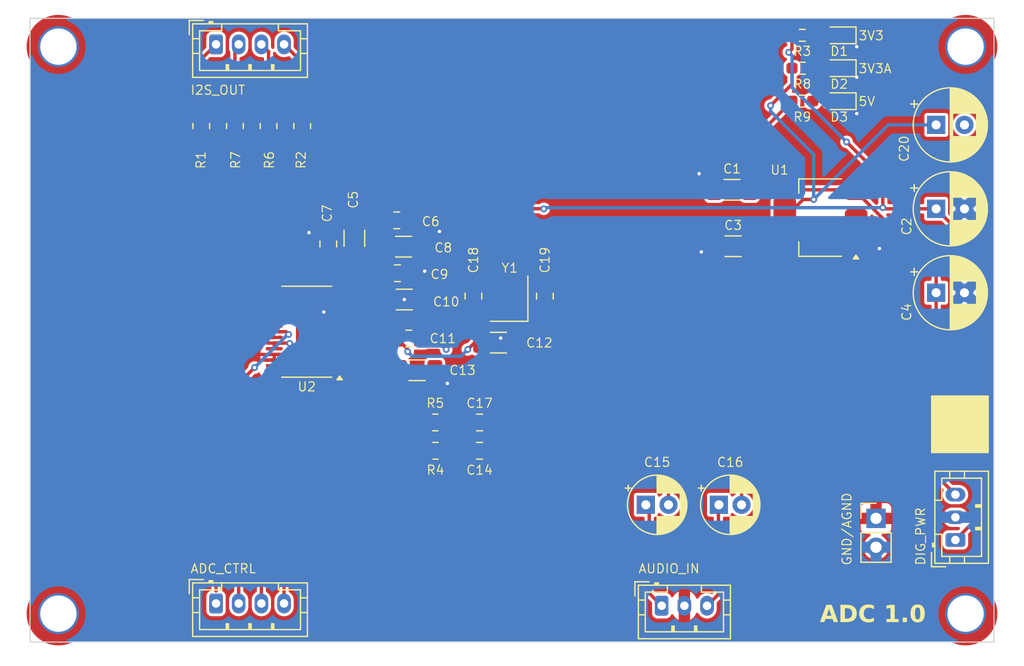
<source format=kicad_pcb>
(kicad_pcb (version 20240108) (generator "pcbnew") (generator_version "8.0")
  (layers (0 "F.Cu" signal) (31 "B.Cu" signal) (34 "B.Paste" user) (35 "F.Paste" user) (36 "B.SilkS" user "B.Silkscreen") (37 "F.SilkS" user "F.Silkscreen") (38 "B.Mask" user) (39 "F.Mask" user) (44 "Edge.Cuts" user))
  (net 0 "")
  (net 1 "GND")
  (net 2 "AGND")
  (net 3 "3V3")
  (net 4 "RIGHT_IN")
  (net 5 "LEFT_IN")
  (net 6 "5V")
  (net 7 "I2S_DATA_OUT")
  (net 8 "I2S_MCLK_OUT")
  (net 9 "I2S_BCLK_OUT")
  (net 10 "SDA")
  (net 11 "SCL")
  (net 12 "3V3A")
  (net 14 "Net-(U2-DOUT)")
  (net 15 "LDO")
  (net 16 "VREF")
  (net 17 "INT")
  (net 18 "Net-(U2-VINL1)")
  (net 19 "Net-(C15-Pad2)")
  (net 20 "I2S_LRCLK_OUT")
  (net 21 "Net-(D1-A)")
  (net 22 "Net-(U2-MOSI{slash}GPIO0{slash}DMIN2)")
  (net 23 "Net-(U2-VINR1)")
  (net 24 "Net-(C16-Pad2)")
  (net 25 "ADC_INT")
  (net 26 "ADC_GPIO1")
  (net 27 "XI")
  (net 28 "XO")
  (net 29 "Net-(U2-LRCLK)")
  (net 30 "Net-(U2-BCLK)")
  (net 31 "GNDA")
  (net 32 "Net-(D2-A)")
  (net 33 "Net-(D3-A)")
  (footprint "Connector_PinHeader_2.54mm:PinHeader_1x02_P2.54mm_Vertical" (layer "F.Cu") (at 161.0364 105.265)
    (property "Reference" "J3" (hide yes))
    (property "Value" "Conn_01x02_Male")
    (pad "1" thru_hole rect (at 0 0) (size 1.7 1.7) (drill 1) (layers "*.Cu" "*.Mask") (net 2 "AGND"))
    (pad "2" thru_hole oval (at 0 2.54) (size 1.7 1.7) (drill 1) (layers "*.Cu" "*.Mask") (net 1 "GND"))
  )
  (footprint "Connector_JST:JST_PH_B3B-PH-K_1x03_P2.00mm_Vertical" (layer "F.Cu") (at 142.1364 112.965)
    (property "Reference" "J5" (hide yes))
    (property "Value" "Conn_01x03_Pin")
    (pad "1" thru_hole roundrect (at 0 0) (size 1.2 1.75) (drill 0.75) (layers "*.Cu" "*.Mask") (roundrect_rratio 0.208333) (net 5 "LEFT_IN"))
    (pad "2" thru_hole oval (at 2 0) (size 1.2 1.75) (drill 0.75) (layers "*.Cu" "*.Mask") (net 2 "AGND"))
    (pad "3" thru_hole oval (at 4 0) (size 1.2 1.75) (drill 0.75) (layers "*.Cu" "*.Mask") (net 4 "RIGHT_IN"))
  )
  (footprint "Capacitor_SMD:C_1206_3216Metric_Pad1.33x1.80mm_HandSolder" (layer "F.Cu") (at 119.3739 81.3025)
    (property "Reference" "C8" (at 3.5 0.1 0) (layer "F.SilkS") (effects (font (size 0.8 0.8) (thickness 0.1))))
    (property "Value" "10u")
    (pad "1" smd roundrect (at -1.5625 0) (size 1.325 1.8) (layers "F.Cu" "F.Paste" "F.Mask") (roundrect_rratio 0.188679) (net 3 "3V3"))
    (pad "2" smd roundrect (at 1.5625 0) (size 1.325 1.8) (layers "F.Cu" "F.Paste" "F.Mask") (roundrect_rratio 0.188679) (net 1 "GND"))
  )
  (footprint "MountingHole:MountingHole_3.2mm_M3_DIN965_Pad_TopOnly" (layer "F.Cu") (at 168.9364 113.665)
    (property "Reference" "H4" (hide yes))
    (property "Value" "MountingHole")
    (pad "1" thru_hole circle (at 0 0) (size 3.6 3.6) (drill 3.2) (layers "*.Cu" "*.Mask"))
    (pad "1" connect circle (at 0 0) (size 5.6 5.6) (layers "F.Cu" "F.Mask"))
  )
  (footprint "Resistor_SMD:R_0603_1608Metric_Pad0.98x0.95mm_HandSolder" (layer "F.Cu") (at 154.5364 65.565 180)
    (property "Reference" "R8" (at 0 -1.4 0) (layer "F.SilkS") (effects (font (size 0.8 0.8) (thickness 0.1))))
    (property "Value" "650R")
    (pad "1" smd roundrect (at -0.9125 0 180) (size 0.975 0.95) (layers "F.Cu" "F.Paste" "F.Mask") (net 32 "Net-(D2-A)"))
    (pad "2" smd roundrect (at 0.9125 0 180) (size 0.975 0.95) (layers "F.Cu" "F.Paste" "F.Mask") (net 12 "3V3A"))
  )
  (footprint "Package_TO_SOT_SMD:SOT-223-3_TabPin2" (layer "F.Cu") (at 156.1364 78.74 180)
    (property "Reference" "U1" (at 3.6 4.2 0) (layer "F.SilkS") (effects (font (size 0.8 0.8) (thickness 0.1))))
    (property "Value" "ZLDO1117QG33TA")
    (pad "1" smd roundrect (at -3.15 -2.3 180) (size 2 1.5) (layers "F.Cu" "F.Paste" "F.Mask") (net 1 "GND"))
    (pad "2" smd roundrect (at -3.15 0 180) (size 2 1.5) (layers "F.Cu" "F.Paste" "F.Mask") (net 12 "3V3A"))
    (pad "2" smd roundrect (at 3.15 0 180) (size 2 3.8) (layers "F.Cu" "F.Paste" "F.Mask") (net 12 "3V3A"))
    (pad "3" smd roundrect (at -3.15 2.3 180) (size 2 1.5) (layers "F.Cu" "F.Paste" "F.Mask") (net 6 "5V"))
  )
  (footprint "Capacitor_THT:CP_Radial_D5.0mm_P2.00mm" (layer "F.Cu") (at 147.181288 104.065)
    (property "Reference" "C16" (at 1 -3.75 0) (layer "F.SilkS") (effects (font (size 0.8 0.8) (thickness 0.1))))
    (property "Value" "10u NICHICON 25V")
    (pad "1" thru_hole rect (at 0 0) (size 1.6 1.6) (drill 0.8) (layers "*.Cu" "*.Mask") (net 4 "RIGHT_IN"))
    (pad "2" thru_hole circle (at 2 0) (size 1.6 1.6) (drill 0.8) (layers "*.Cu" "*.Mask") (net 24 "Net-(C16-Pad2)"))
  )
  (footprint "Resistor_SMD:R_0603_1608Metric_Pad0.98x0.95mm_HandSolder" (layer "F.Cu") (at 154.5364 62.665 180)
    (property "Reference" "R3" (at 0 -1.4 0) (layer "F.SilkS") (effects (font (size 0.8 0.8) (thickness 0.1))))
    (property "Value" "150R")
    (pad "1" smd roundrect (at -0.9125 0 180) (size 0.975 0.95) (layers "F.Cu" "F.Paste" "F.Mask") (net 21 "Net-(D1-A)"))
    (pad "2" smd roundrect (at 0.9125 0 180) (size 0.975 0.95) (layers "F.Cu" "F.Paste" "F.Mask") (net 3 "3V3"))
  )
  (footprint "Capacitor_SMD:C_0805_2012Metric_Pad1.18x1.45mm_HandSolder" (layer "F.Cu") (at 126.0739 96.8025)
    (property "Reference" "C17" (at 0 -1.7 0) (layer "F.SilkS") (effects (font (size 0.8 0.8) (thickness 0.1))))
    (property "Value" "10n C0G")
    (pad "1" smd roundrect (at -1.0375 0) (size 1.175 1.45) (layers "F.Cu" "F.Paste" "F.Mask") (roundrect_rratio 0.212766) (net 23 "Net-(U2-VINR1)"))
    (pad "2" smd roundrect (at 1.0375 0) (size 1.175 1.45) (layers "F.Cu" "F.Paste" "F.Mask") (roundrect_rratio 0.212766) (net 2 "AGND"))
  )
  (footprint "Capacitor_SMD:C_1206_3216Metric_Pad1.33x1.80mm_HandSolder" (layer "F.Cu") (at 115.0364 80.565 90)
    (property "Reference" "C5" (at 3.4 -0.1 90) (layer "F.SilkS") (effects (font (size 0.8 0.8) (thickness 0.1))))
    (property "Value" "10u")
    (pad "1" smd roundrect (at -1.5625 0 90) (size 1.325 1.8) (layers "F.Cu" "F.Paste" "F.Mask") (roundrect_rratio 0.188679) (net 3 "3V3"))
    (pad "2" smd roundrect (at 1.5625 0 90) (size 1.325 1.8) (layers "F.Cu" "F.Paste" "F.Mask") (roundrect_rratio 0.188679) (net 1 "GND"))
  )
  (footprint "Capacitor_SMD:C_1206_3216Metric_Pad1.33x1.80mm_HandSolder" (layer "F.Cu") (at 127.7364 89.765)
    (property "Reference" "C12" (at 3.613006 0.021266 0) (layer "F.SilkS") (effects (font (size 0.8 0.8) (thickness 0.1))))
    (property "Value" "10u")
    (pad "1" smd roundrect (at -1.5625 0) (size 1.325 1.8) (layers "F.Cu" "F.Paste" "F.Mask") (roundrect_rratio 0.188679) (net 12 "3V3A"))
    (pad "2" smd roundrect (at 1.5625 0) (size 1.325 1.8) (layers "F.Cu" "F.Paste" "F.Mask") (roundrect_rratio 0.188679) (net 1 "GND"))
  )
  (footprint "Resistor_SMD:R_0805_2012Metric_Pad1.20x1.40mm_HandSolder" (layer "F.Cu") (at 104.503066 70.665 90)
    (property "Reference" "R7" (at -3 0.066668 90) (layer "F.SilkS") (effects (font (size 0.8 0.8) (thickness 0.1))))
    (property "Value" "22R")
    (pad "1" smd roundrect (at -1 0 90) (size 1.2 1.4) (layers "F.Cu" "F.Paste" "F.Mask") (roundrect_rratio 0.208333) (net 30 "Net-(U2-BCLK)"))
    (pad "2" smd roundrect (at 1 0 90) (size 1.2 1.4) (layers "F.Cu" "F.Paste" "F.Mask") (roundrect_rratio 0.208333) (net 9 "I2S_BCLK_OUT"))
  )
  (footprint "Capacitor_SMD:C_0805_2012Metric_Pad1.18x1.45mm_HandSolder" (layer "F.Cu") (at 131.8364 85.665 90)
    (property "Reference" "C19" (at 3.18 0 90) (layer "F.SilkS") (effects (font (size 0.8 0.8) (thickness 0.1))))
    (property "Value" "12n C0G")
    (pad "1" smd roundrect (at -1.0375 0 90) (size 1.175 1.45) (layers "F.Cu" "F.Paste" "F.Mask") (roundrect_rratio 0.212766) (net 28 "XO"))
    (pad "2" smd roundrect (at 1.0375 0 90) (size 1.175 1.45) (layers "F.Cu" "F.Paste" "F.Mask") (roundrect_rratio 0.212766) (net 2 "AGND"))
  )
  (footprint "Connector_JST:JST_PH_B3B-PH-K_1x03_P2.00mm_Vertical" (layer "F.Cu") (at 168.0364 107.165 90)
    (property "Reference" "J4" (hide yes))
    (property "Value" "Conn_01x03_Pin")
    (pad "1" thru_hole roundrect (at 0 0 90) (size 1.2 1.75) (drill 0.75) (layers "*.Cu" "*.Mask") (roundrect_rratio 0.208333) (net 3 "3V3"))
    (pad "2" thru_hole oval (at 2 0 90) (size 1.2 1.75) (drill 0.75) (layers "*.Cu" "*.Mask") (net 1 "GND"))
    (pad "3" thru_hole oval (at 4 0 90) (size 1.2 1.75) (drill 0.75) (layers "*.Cu" "*.Mask") (net 6 "5V"))
  )
  (footprint "Capacitor_SMD:C_0805_2012Metric_Pad1.18x1.45mm_HandSolder" (layer "F.Cu") (at 125.5364 85.665 90)
    (property "Reference" "C18" (at 3.18 0 90) (layer "F.SilkS") (effects (font (size 0.8 0.8) (thickness 0.1))))
    (property "Value" "12n C0G")
    (pad "1" smd roundrect (at -1.0375 0 90) (size 1.175 1.45) (layers "F.Cu" "F.Paste" "F.Mask") (roundrect_rratio 0.212766) (net 27 "XI"))
    (pad "2" smd roundrect (at 1.0375 0 90) (size 1.175 1.45) (layers "F.Cu" "F.Paste" "F.Mask") (roundrect_rratio 0.212766) (net 2 "AGND"))
  )
  (footprint "Capacitor_THT:CP_Radial_D6.3mm_P2.50mm" (layer "F.Cu") (at 166.3364 77.965)
    (property "Reference" "C2" (at -2.59525 1.55 90) (layer "F.SilkS") (effects (font (size 0.8 0.8) (thickness 0.1))))
    (property "Value" "470u")
    (pad "1" thru_hole rect (at 0 0) (size 1.6 1.6) (drill 0.8) (layers "*.Cu" "*.Mask") (net 3 "3V3"))
    (pad "2" thru_hole circle (at 2.5 0) (size 1.6 1.6) (drill 0.8) (layers "*.Cu" "*.Mask") (net 1 "GND"))
  )
  (footprint "MountingHole:MountingHole_3.2mm_M3_DIN965_Pad_TopOnly" (layer "F.Cu") (at 88.9364 63.665)
    (property "Reference" "H1" (hide yes))
    (property "Value" "MountingHole")
    (pad "1" thru_hole circle (at 0 0) (size 3.6 3.6) (drill 3.2) (layers "*.Cu" "*.Mask"))
    (pad "1" connect circle (at 0 0) (size 5.6 5.6) (layers "F.Cu" "F.Mask"))
  )
  (footprint "Connector_JST:JST_PH_B4B-PH-K_1x04_P2.00mm_Vertical" (layer "F.Cu") (at 102.8364 63.465)
    (property "Reference" "J1" (hide yes))
    (property "Value" "Conn_01x04_Pin")
    (pad "1" thru_hole roundrect (at 0 0) (size 1.2 1.75) (drill 0.75) (layers "*.Cu" "*.Mask") (roundrect_rratio 0.208333) (net 8 "I2S_MCLK_OUT"))
    (pad "2" thru_hole oval (at 2 0) (size 1.2 1.75) (drill 0.75) (layers "*.Cu" "*.Mask") (net 9 "I2S_BCLK_OUT"))
    (pad "3" thru_hole oval (at 4 0) (size 1.2 1.75) (drill 0.75) (layers "*.Cu" "*.Mask") (net 20 "I2S_LRCLK_OUT"))
    (pad "4" thru_hole oval (at 6 0) (size 1.2 1.75) (drill 0.75) (layers "*.Cu" "*.Mask") (net 7 "I2S_DATA_OUT"))
  )
  (footprint "Resistor_SMD:R_0805_2012Metric_Pad1.20x1.40mm_HandSolder" (layer "F.Cu") (at 101.5364 70.665 90)
    (property "Reference" "R1" (at -3 -0.033332 90) (layer "F.SilkS") (effects (font (size 0.8 0.8) (thickness 0.1))))
    (property "Value" "22R")
    (pad "1" smd roundrect (at -1 0 90) (size 1.2 1.4) (layers "F.Cu" "F.Paste" "F.Mask") (roundrect_rratio 0.208333) (net 22 "Net-(U2-MOSI{slash}GPIO0{slash}DMIN2)"))
    (pad "2" smd roundrect (at 1 0 90) (size 1.2 1.4) (layers "F.Cu" "F.Paste" "F.Mask") (roundrect_rratio 0.208333) (net 8 "I2S_MCLK_OUT"))
  )
  (footprint "Capacitor_SMD:C_0805_2012Metric_Pad1.18x1.45mm_HandSolder" (layer "F.Cu") (at 112.7364 81.065 90)
    (property "Reference" "C7" (at 2.7 -0.1 90) (layer "F.SilkS") (effects (font (size 0.8 0.8) (thickness 0.1))))
    (property "Value" "0.1u")
    (pad "1" smd roundrect (at -1.0375 0 90) (size 1.175 1.45) (layers "F.Cu" "F.Paste" "F.Mask") (roundrect_rratio 0.212766) (net 3 "3V3"))
    (pad "2" smd roundrect (at 1.0375 0 90) (size 1.175 1.45) (layers "F.Cu" "F.Paste" "F.Mask") (roundrect_rratio 0.212766) (net 1 "GND"))
  )
  (footprint "Resistor_SMD:R_0805_2012Metric_Pad1.20x1.40mm_HandSolder" (layer "F.Cu") (at 122.1864 99.3025)
    (property "Reference" "R4" (at 0 1.7 0) (layer "F.SilkS") (effects (font (size 0.8 0.8) (thickness 0.1))))
    (property "Value" "100R")
    (pad "1" smd roundrect (at -1 0) (size 1.2 1.4) (layers "F.Cu" "F.Paste" "F.Mask") (roundrect_rratio 0.208333) (net 19 "Net-(C15-Pad2)"))
    (pad "2" smd roundrect (at 1 0) (size 1.2 1.4) (layers "F.Cu" "F.Paste" "F.Mask") (roundrect_rratio 0.208333) (net 18 "Net-(U2-VINL1)"))
  )
  (footprint "Capacitor_SMD:C_1206_3216Metric_Pad1.33x1.80mm_HandSolder" (layer "F.Cu") (at 119.4364 85.965)
    (property "Reference" "C10" (at 3.7 0.2 0) (layer "F.SilkS") (effects (font (size 0.8 0.8) (thickness 0.1))))
    (property "Value" "10u")
    (pad "1" smd roundrect (at -1.5625 0) (size 1.325 1.8) (layers "F.Cu" "F.Paste" "F.Mask") (roundrect_rratio 0.188679) (net 15 "LDO"))
    (pad "2" smd roundrect (at 1.5625 0) (size 1.325 1.8) (layers "F.Cu" "F.Paste" "F.Mask") (roundrect_rratio 0.188679) (net 1 "GND"))
  )
  (footprint "Capacitor_SMD:C_1206_3216Metric_Pad1.33x1.80mm_HandSolder" (layer "F.Cu") (at 148.3364 76.29)
    (property "Reference" "C1" (at 0 -1.85 0) (layer "F.SilkS") (effects (font (size 0.8 0.8) (thickness 0.1))))
    (property "Value" "10u")
    (pad "1" smd roundrect (at -1.5625 0) (size 1.325 1.8) (layers "F.Cu" "F.Paste" "F.Mask") (roundrect_rratio 0.188679) (net 1 "GND"))
    (pad "2" smd roundrect (at 1.5625 0) (size 1.325 1.8) (layers "F.Cu" "F.Paste" "F.Mask") (roundrect_rratio 0.188679) (net 6 "5V"))
  )
  (footprint "Capacitor_SMD:C_1206_3216Metric_Pad1.33x1.80mm_HandSolder" (layer "F.Cu") (at 148.4364 81.265)
    (property "Reference" "C3" (at 0 -1.85 0) (layer "F.SilkS") (effects (font (size 0.8 0.8) (thickness 0.1))))
    (property "Value" "10u")
    (pad "1" smd roundrect (at -1.5625 0) (size 1.325 1.8) (layers "F.Cu" "F.Paste" "F.Mask") (roundrect_rratio 0.188679) (net 1 "GND"))
    (pad "2" smd roundrect (at 1.5625 0) (size 1.325 1.8) (layers "F.Cu" "F.Paste" "F.Mask") (roundrect_rratio 0.188679) (net 12 "3V3A"))
  )
  (footprint "Crystal:Crystal_SMD_3225-4Pin_3.2x2.5mm" (layer "F.Cu") (at 128.6864 85.885 90)
    (property "Reference" "Y1" (at 2.7 0.05 0) (layer "F.SilkS") (effects (font (size 0.8 0.8) (thickness 0.1))))
    (property "Value" "24.576 MHz")
    (pad "1" smd rect (at -1.1 0.85 90) (size 1.4 1.2) (layers "F.Cu" "F.Paste" "F.Mask") (net 28 "XO"))
    (pad "2" smd rect (at 1.1 0.85 90) (size 1.4 1.2) (layers "F.Cu" "F.Paste" "F.Mask") (net 2 "AGND"))
    (pad "3" smd rect (at 1.1 -0.85 90) (size 1.4 1.2) (layers "F.Cu" "F.Paste" "F.Mask") (net 27 "XI"))
    (pad "4" smd rect (at -1.1 -0.85 90) (size 1.4 1.2) (layers "F.Cu" "F.Paste" "F.Mask") (net 2 "AGND"))
  )
  (footprint "LED_SMD:LED_0603_1608Metric" (layer "F.Cu") (at 157.789692 62.665 180)
    (property "Reference" "D1" (at 0 -1.4 0) (layer "F.SilkS") (effects (font (size 0.8 0.8) (thickness 0.1))))
    (property "Value" "BLUE")
    (pad "1" smd roundrect (at -0.7875 0 180) (size 0.875 0.95) (layers "F.Cu" "F.Paste" "F.Mask") (net 1 "GND"))
    (pad "2" smd roundrect (at 0.7875 0 180) (size 0.875 0.95) (layers "F.Cu" "F.Paste" "F.Mask") (net 21 "Net-(D1-A)"))
  )
  (footprint "Resistor_SMD:R_0805_2012Metric_Pad1.20x1.40mm_HandSolder" (layer "F.Cu") (at 107.469732 70.665 90)
    (property "Reference" "R6" (at -3 0.066668 90) (layer "F.SilkS") (effects (font (size 0.8 0.8) (thickness 0.1))))
    (property "Value" "22R")
    (pad "1" smd roundrect (at -1 0 90) (size 1.2 1.4) (layers "F.Cu" "F.Paste" "F.Mask") (roundrect_rratio 0.208333) (net 29 "Net-(U2-LRCLK)"))
    (pad "2" smd roundrect (at 1 0 90) (size 1.2 1.4) (layers "F.Cu" "F.Paste" "F.Mask") (roundrect_rratio 0.208333) (net 20 "I2S_LRCLK_OUT"))
  )
  (footprint "Capacitor_SMD:C_1206_3216Metric_Pad1.33x1.80mm_HandSolder" (layer "F.Cu") (at 120.5739 92.2025)
    (property "Reference" "C13" (at 4 0 0) (layer "F.SilkS") (effects (font (size 0.8 0.8) (thickness 0.1))))
    (property "Value" "1u")
    (pad "1" smd roundrect (at -1.5625 0) (size 1.325 1.8) (layers "F.Cu" "F.Paste" "F.Mask") (roundrect_rratio 0.188679) (net 16 "VREF"))
    (pad "2" smd roundrect (at 1.5625 0) (size 1.325 1.8) (layers "F.Cu" "F.Paste" "F.Mask") (roundrect_rratio 0.188679) (net 1 "GND"))
  )
  (footprint "Capacitor_THT:CP_Radial_D6.3mm_P2.50mm" (layer "F.Cu") (at 166.3364 70.565)
    (property "Reference" "C20" (at -2.817621 2.1 90) (layer "F.SilkS") (effects (font (size 0.8 0.8) (thickness 0.1))))
    (property "Value" "470u")
    (pad "1" thru_hole rect (at 0 0) (size 1.6 1.6) (drill 0.8) (layers "*.Cu" "*.Mask") (net 12 "3V3A"))
    (pad "2" thru_hole circle (at 2.5 0) (size 1.6 1.6) (drill 0.8) (layers "*.Cu" "*.Mask") (net 31 "GNDA"))
  )
  (footprint "LED_SMD:LED_0603_1608Metric" (layer "F.Cu") (at 157.789692 65.565 180)
    (property "Reference" "D2" (at 0 -1.4 0) (layer "F.SilkS") (effects (font (size 0.8 0.8) (thickness 0.1))))
    (property "Value" "YELLOW")
    (pad "1" smd roundrect (at -0.7875 0 180) (size 0.875 0.95) (layers "F.Cu" "F.Paste" "F.Mask") (net 1 "GND"))
    (pad "2" smd roundrect (at 0.7875 0 180) (size 0.875 0.95) (layers "F.Cu" "F.Paste" "F.Mask") (net 32 "Net-(D2-A)"))
  )
  (footprint "LED_SMD:LED_0603_1608Metric" (layer "F.Cu") (at 157.789692 68.475 180)
    (property "Reference" "D3" (at 0 -1.39 0) (layer "F.SilkS") (effects (font (size 0.8 0.8) (thickness 0.1))))
    (property "Value" "BLUE")
    (pad "1" smd roundrect (at -0.7875 0 180) (size 0.875 0.95) (layers "F.Cu" "F.Paste" "F.Mask") (net 1 "GND"))
    (pad "2" smd roundrect (at 0.7875 0 180) (size 0.875 0.95) (layers "F.Cu" "F.Paste" "F.Mask") (net 33 "Net-(D3-A)"))
  )
  (footprint "Resistor_SMD:R_0603_1608Metric_Pad0.98x0.95mm_HandSolder" (layer "F.Cu") (at 154.5364 68.465 180)
    (property "Reference" "R9" (at 0 -1.4 0) (layer "F.SilkS") (effects (font (size 0.8 0.8) (thickness 0.1))))
    (property "Value" "1.3K")
    (pad "1" smd roundrect (at -0.9125 0 180) (size 0.975 0.95) (layers "F.Cu" "F.Paste" "F.Mask") (net 33 "Net-(D3-A)"))
    (pad "2" smd roundrect (at 0.9125 0 180) (size 0.975 0.95) (layers "F.Cu" "F.Paste" "F.Mask") (net 6 "5V"))
  )
  (footprint "Resistor_SMD:R_0805_2012Metric_Pad1.20x1.40mm_HandSolder" (layer "F.Cu") (at 122.1739 96.8025)
    (property "Reference" "R5" (at 0 -1.7 0) (layer "F.SilkS") (effects (font (size 0.8 0.8) (thickness 0.1))))
    (property "Value" "100R")
    (pad "1" smd roundrect (at -1 0) (size 1.2 1.4) (layers "F.Cu" "F.Paste" "F.Mask") (roundrect_rratio 0.208333) (net 24 "Net-(C16-Pad2)"))
    (pad "2" smd roundrect (at 1 0) (size 1.2 1.4) (layers "F.Cu" "F.Paste" "F.Mask") (roundrect_rratio 0.208333) (net 23 "Net-(U2-VINR1)"))
  )
  (footprint "Capacitor_SMD:C_0805_2012Metric_Pad1.18x1.45mm_HandSolder" (layer "F.Cu") (at 118.8364 83.645)
    (property "Reference" "C9" (at 3.7 0.1 0) (layer "F.SilkS") (effects (font (size 0.8 0.8) (thickness 0.1))))
    (property "Value" "0.1u")
    (pad "1" smd roundrect (at -1.0375 0) (size 1.175 1.45) (layers "F.Cu" "F.Paste" "F.Mask") (roundrect_rratio 0.212766) (net 15 "LDO"))
    (pad "2" smd roundrect (at 1.0375 0) (size 1.175 1.45) (layers "F.Cu" "F.Paste" "F.Mask") (roundrect_rratio 0.212766) (net 1 "GND"))
  )
  (footprint "MountingHole:MountingHole_3.2mm_M3_DIN965_Pad_TopOnly" (layer "F.Cu") (at 88.9364 113.665)
    (property "Reference" "H3" (hide yes))
    (property "Value" "MountingHole")
    (pad "1" thru_hole circle (at 0 0) (size 3.6 3.6) (drill 3.2) (layers "*.Cu" "*.Mask"))
    (pad "1" connect circle (at 0 0) (size 5.6 5.6) (layers "F.Cu" "F.Mask"))
  )
  (footprint "Capacitor_SMD:C_0805_2012Metric_Pad1.18x1.45mm_HandSolder" (layer "F.Cu") (at 126.0739 99.3025 180)
    (property "Reference" "C14" (at 0 -1.7 0) (layer "F.SilkS") (effects (font (size 0.8 0.8) (thickness 0.1))))
    (property "Value" "10n C0G")
    (pad "1" smd roundrect (at -1.0375 0 180) (size 1.175 1.45) (layers "F.Cu" "F.Paste" "F.Mask") (roundrect_rratio 0.212766) (net 2 "AGND"))
    (pad "2" smd roundrect (at 1.0375 0 180) (size 1.175 1.45) (layers "F.Cu" "F.Paste" "F.Mask") (roundrect_rratio 0.212766) (net 18 "Net-(U2-VINL1)"))
  )
  (footprint "MountingHole:MountingHole_3.2mm_M3_DIN965_Pad_TopOnly" (layer "F.Cu") (at 168.9364 63.665)
    (property "Reference" "H2" (hide yes))
    (property "Value" "MountingHole")
    (pad "1" thru_hole circle (at 0 0) (size 3.6 3.6) (drill 3.2) (layers "*.Cu" "*.Mask"))
    (pad "1" connect circle (at 0 0) (size 5.6 5.6) (layers "F.Cu" "F.Mask"))
  )
  (footprint "Connector_JST:JST_PH_B4B-PH-K_1x04_P2.00mm_Vertical" (layer "F.Cu") (at 102.8364 112.765)
    (property "Reference" "J9" (hide yes))
    (property "Value" "Conn_01x04_Pin")
    (pad "1" thru_hole roundrect (at 0 0) (size 1.2 1.75) (drill 0.75) (layers "*.Cu" "*.Mask") (roundrect_rratio 0.208333) (net 11 "SCL"))
    (pad "2" thru_hole oval (at 2 0) (size 1.2 1.75) (drill 0.75) (layers "*.Cu" "*.Mask") (net 10 "SDA"))
    (pad "3" thru_hole oval (at 4 0) (size 1.2 1.75) (drill 0.75) (layers "*.Cu" "*.Mask") (net 26 "ADC_GPIO1"))
    (pad "4" thru_hole oval (at 6 0) (size 1.2 1.75) (drill 0.75) (layers "*.Cu" "*.Mask") (net 25 "ADC_INT"))
  )
  (footprint "Package_SO:TSSOP-30_4.4x7.8mm_P0.5mm" (layer "F.Cu") (at 110.8364 88.8025 180)
    (property "Reference" "U2" (at 0 -4.85 0) (layer "F.SilkS") (effects (font (size 0.8 0.8) (thickness 0.1))))
    (property "Value" "PCM1863")
    (pad "1" smd roundrect (at -2.8625 -3.5 180) (size 1.475 0.3) (layers "F.Cu" "F.Paste" "F.Mask") (net 2 "AGND"))
    (pad "2" smd roundrect (at -2.8625 -3 180) (size 1.475 0.3) (layers "F.Cu" "F.Paste" "F.Mask") (net 2 "AGND"))
    (pad "3" smd roundrect (at -2.8625 -2.5 180) (size 1.475 0.3) (layers "F.Cu" "F.Paste" "F.Mask") (net 18 "Net-(U2-VINL1)"))
    (pad "4" smd roundrect (at -2.8625 -2 180) (size 1.475 0.3) (layers "F.Cu" "F.Paste" "F.Mask") (net 23 "Net-(U2-VINR1)"))
    (pad "5" smd roundrect (at -2.8625 -1.5 180) (size 1.475 0.3) (layers "F.Cu" "F.Paste" "F.Mask"))
    (pad "6" smd roundrect (at -2.8625 -1 180) (size 1.475 0.3) (layers "F.Cu" "F.Paste" "F.Mask") (net 16 "VREF"))
    (pad "7" smd roundrect (at -2.8625 -0.5 180) (size 1.475 0.3) (layers "F.Cu" "F.Paste" "F.Mask") (net 2 "AGND"))
    (pad "8" smd roundrect (at -2.8625 0 180) (size 1.475 0.3) (layers "F.Cu" "F.Paste" "F.Mask") (net 12 "3V3A"))
    (pad "9" smd roundrect (at -2.8625 0.5 180) (size 1.475 0.3) (layers "F.Cu" "F.Paste" "F.Mask") (net 28 "XO"))
    (pad "10" smd roundrect (at -2.8625 1 180) (size 1.475 0.3) (layers "F.Cu" "F.Paste" "F.Mask") (net 27 "XI"))
    (pad "11" smd roundrect (at -2.8625 1.5 180) (size 1.475 0.3) (layers "F.Cu" "F.Paste" "F.Mask") (net 15 "LDO"))
    (pad "12" smd roundrect (at -2.8625 2 180) (size 1.475 0.3) (layers "F.Cu" "F.Paste" "F.Mask") (net 1 "GND"))
    (pad "13" smd roundrect (at -2.8625 2.5 180) (size 1.475 0.3) (layers "F.Cu" "F.Paste" "F.Mask") (net 3 "3V3"))
    (pad "14" smd roundrect (at -2.8625 3 180) (size 1.475 0.3) (layers "F.Cu" "F.Paste" "F.Mask") (net 3 "3V3"))
    (pad "15" smd roundrect (at -2.8625 3.5 180) (size 1.475 0.3) (layers "F.Cu" "F.Paste" "F.Mask"))
    (pad "16" smd roundrect (at 2.8625 3.5 180) (size 1.475 0.3) (layers "F.Cu" "F.Paste" "F.Mask") (net 29 "Net-(U2-LRCLK)"))
    (pad "17" smd roundrect (at 2.8625 3 180) (size 1.475 0.3) (layers "F.Cu" "F.Paste" "F.Mask") (net 30 "Net-(U2-BCLK)"))
    (pad "18" smd roundrect (at 2.8625 2.5 180) (size 1.475 0.3) (layers "F.Cu" "F.Paste" "F.Mask") (net 14 "Net-(U2-DOUT)"))
    (pad "19" smd roundrect (at 2.8625 2 180) (size 1.475 0.3) (layers "F.Cu" "F.Paste" "F.Mask") (net 17 "INT"))
    (pad "20" smd roundrect (at 2.8625 1.5 180) (size 1.475 0.3) (layers "F.Cu" "F.Paste" "F.Mask") (net 25 "ADC_INT"))
    (pad "21" smd roundrect (at 2.8625 1 180) (size 1.475 0.3) (layers "F.Cu" "F.Paste" "F.Mask") (net 26 "ADC_GPIO1"))
    (pad "22" smd roundrect (at 2.8625 0.5 180) (size 1.475 0.3) (layers "F.Cu" "F.Paste" "F.Mask") (net 22 "Net-(U2-MOSI{slash}GPIO0{slash}DMIN2)"))
    (pad "23" smd roundrect (at 2.8625 0 180) (size 1.475 0.3) (layers "F.Cu" "F.Paste" "F.Mask") (net 10 "SDA"))
    (pad "24" smd roundrect (at 2.8625 -0.5 180) (size 1.475 0.3) (layers "F.Cu" "F.Paste" "F.Mask") (net 11 "SCL"))
    (pad "25" smd roundrect (at 2.8625 -1 180) (size 1.475 0.3) (layers "F.Cu" "F.Paste" "F.Mask") (net 1 "GND"))
    (pad "26" smd roundrect (at 2.8625 -1.5 180) (size 1.475 0.3) (layers "F.Cu" "F.Paste" "F.Mask") (net 1 "GND"))
    (pad "27" smd roundrect (at 2.8625 -2 180) (size 1.475 0.3) (layers "F.Cu" "F.Paste" "F.Mask") (net 2 "AGND"))
    (pad "28" smd roundrect (at 2.8625 -2.5 180) (size 1.475 0.3) (layers "F.Cu" "F.Paste" "F.Mask") (net 2 "AGND"))
    (pad "29" smd roundrect (at 2.8625 -3 180) (size 1.475 0.3) (layers "F.Cu" "F.Paste" "F.Mask") (net 2 "AGND"))
    (pad "30" smd roundrect (at 2.8625 -3.5 180) (size 1.475 0.3) (layers "F.Cu" "F.Paste" "F.Mask") (net 2 "AGND"))
  )
  (footprint "Resistor_SMD:R_0805_2012Metric_Pad1.20x1.40mm_HandSolder" (layer "F.Cu") (at 110.4364 70.665 90)
    (property "Reference" "R2" (at -3 -0.099999 90) (layer "F.SilkS") (effects (font (size 0.8 0.8) (thickness 0.1))))
    (property "Value" "22R")
    (pad "1" smd roundrect (at -1 0 90) (size 1.2 1.4) (layers "F.Cu" "F.Paste" "F.Mask") (roundrect_rratio 0.208333) (net 14 "Net-(U2-DOUT)"))
    (pad "2" smd roundrect (at 1 0 90) (size 1.2 1.4) (layers "F.Cu" "F.Paste" "F.Mask") (roundrect_rratio 0.208333) (net 7 "I2S_DATA_OUT"))
  )
  (footprint "Capacitor_THT:CP_Radial_D5.0mm_P2.00mm" (layer "F.Cu") (at 140.7364 104.065)
    (property "Reference" "C15" (at 1 -3.75 0) (layer "F.SilkS") (effects (font (size 0.8 0.8) (thickness 0.1))))
    (property "Value" "10u NICHICON 25V")
    (pad "1" thru_hole rect (at 0 0) (size 1.6 1.6) (drill 0.8) (layers "*.Cu" "*.Mask") (net 5 "LEFT_IN"))
    (pad "2" thru_hole circle (at 2 0) (size 1.6 1.6) (drill 0.8) (layers "*.Cu" "*.Mask") (net 19 "Net-(C15-Pad2)"))
  )
  (footprint "Capacitor_SMD:C_0805_2012Metric_Pad1.18x1.45mm_HandSolder" (layer "F.Cu") (at 119.8364 89.4025)
    (property "Reference" "C11" (at 3 0 0) (layer "F.SilkS") (effects (font (size 0.8 0.8) (thickness 0.1))))
    (property "Value" "0.1u")
    (pad "1" smd roundrect (at -1.0375 0) (size 1.175 1.45) (layers "F.Cu" "F.Paste" "F.Mask") (roundrect_rratio 0.212766) (net 12 "3V3A"))
    (pad "2" smd roundrect (at 1.0375 0) (size 1.175 1.45) (layers "F.Cu" "F.Paste" "F.Mask") (roundrect_rratio 0.212766) (net 1 "GND"))
  )
  (footprint "Capacitor_SMD:C_0805_2012Metric_Pad1.18x1.45mm_HandSolder" (layer "F.Cu") (at 118.7739 78.9825)
    (property "Reference" "C6" (at 3 0.1 0) (layer "F.SilkS") (effects (font (size 0.8 0.8) (thickness 0.1))))
    (property "Value" "0.1u")
    (pad "1" smd roundrect (at -1.0375 0) (size 1.175 1.45) (layers "F.Cu" "F.Paste" "F.Mask") (roundrect_rratio 0.212766) (net 3 "3V3"))
    (pad "2" smd roundrect (at 1.0375 0) (size 1.175 1.45) (layers "F.Cu" "F.Paste" "F.Mask") (roundrect_rratio 0.212766) (net 1 "GND"))
  )
  (footprint "Capacitor_THT:CP_Radial_D6.3mm_P2.50mm" (layer "F.Cu") (at 166.3364 85.365)
    (property "Reference" "C4" (at -2.59525 1.7 90) (layer "F.SilkS") (effects (font (size 0.8 0.8) (thickness 0.1))))
    (property "Value" "470u")
    (pad "1" thru_hole rect (at 0 0) (size 1.6 1.6) (drill 0.8) (layers "*.Cu" "*.Mask") (net 6 "5V"))
    (pad "2" thru_hole circle (at 2.5 0) (size 1.6 1.6) (drill 0.8) (layers "*.Cu" "*.Mask") (net 1 "GND"))
  )
  (gr_rect (start 165.9364 94.465) (end 170.9364 99.465) (stroke (width 0.1)) (fill solid) (layer "F.SilkS"))
  (gr_line (start 171.4364 61.165) (end 171.4364 116.165) (stroke (width 0.1)) (layer "Edge.Cuts"))
  (gr_line (start 86.4364 61.165) (end 86.4364 116.165) (stroke (width 0.1)) (layer "Edge.Cuts"))
  (gr_line (start 171.4364 116.165) (end 86.4364 116.165) (stroke (width 0.1)) (layer "Edge.Cuts"))
  (gr_line (start 86.4364 61.165) (end 171.4364 61.165) (stroke (width 0.1)) (layer "Edge.Cuts"))
  (gr_text "AUDIO_IN\n" (at 140.0364 110.165 0) (layer "F.SilkS") (effects (font (size 0.8 0.8) (thickness 0.1)) (justify left bottom)))
  (gr_text "I2S_OUT" (at 100.5364 67.965 0) (layer "F.SilkS") (effects (font (size 0.8 0.8) (thickness 0.1)) (justify left bottom)))
  (gr_text "GND/AGND" (at 158.9364 109.465 90) (layer "F.SilkS") (effects (font (size 0.8 0.8) (thickness 0.1)) (justify left bottom)))
  (gr_text "3V3A\n" (at 159.4364 66.065 0) (layer "F.SilkS") (effects (font (size 0.8 0.8) (thickness 0.1)) (justify left bottom)))
  (gr_text "DIG_PWR" (at 165.4364 109.465 90) (layer "F.SilkS") (effects (font (size 0.8 0.8) (thickness 0.1)) (justify left bottom)))
  (gr_text "5V" (at 159.4364 68.965 0) (layer "F.SilkS") (effects (font (size 0.8 0.8) (thickness 0.1)) (justify left bottom)))
  (gr_text "ADC 1.0" (at 165.4364 114.665 0) (layer "F.SilkS") (effects (font (size 1.5 1.5) (thickness 0.1) (bold yes)) (justify right bottom)))
  (gr_text "ADC_CTRL" (at 100.5364 110.165 0) (layer "F.SilkS") (effects (font (size 0.8 0.8) (thickness 0.1)) (justify left bottom)))
  (gr_text "3V3" (at 159.4364 63.165 0) (layer "F.SilkS") (effects (font (size 0.8 0.8) (thickness 0.1)) (justify left bottom)))
  (segment (start 109.311417 89.8025) (end 109.3364 89.827483) (width 0.3) (layer "F.Cu") (net 1))
  (segment (start 120.4989 84.2025) (end 121.2364 83.465) (width 0.3) (layer "F.Cu") (net 1))
  (segment (start 120.4789 85.965) (end 119.4364 85.965) (width 0.3) (layer "F.Cu") (net 1))
  (segment (start 129.2989 89.765) (end 128.3364 89.765) (width 0.3) (layer "F.Cu") (net 1))
  (segment (start 160.9364 81.065) (end 161.3364 81.465) (width 0.3) (layer "F.Cu") (net 1))
  (segment (start 113.7614 79.0025) (end 112.7364 80.0275) (width 0.3) (layer "F.Cu") (net 1))
  (segment (start 121.1989 81.3025) (end 122.5364 79.965) (width 0.3) (layer "F.Cu") (net 1))
  (segment (start 158.0989 82.2525) (end 159.2864 81.065) (width 0.3) (layer "F.Cu") (net 1))
  (segment (start 146.7739 76.2025) (end 145.4364 74.865) (width 0.3) (layer "F.Cu") (net 1))
  (segment (start 146.7739 76.29) (end 146.7739 76.2025) (width 0.3) (layer "F.Cu") (net 1))
  (segment (start 158.577192 62.665) (end 158.577192 62.905792) (width 0.3) (layer "F.Cu") (net 1))
  (segment (start 107.9739 90.3025) (end 107.9739 89.8025) (width 0.3) (layer "F.Cu") (net 1))
  (segment (start 119.8114 80.1775) (end 120.9364 81.3025) (width 0.3) (layer "F.Cu") (net 1))
  (segment (start 112.7364 80.0275) (end 111.0739 80.0275) (width 0.3) (layer "F.Cu") (net 1))
  (segment (start 146.1364 81.265) (end 145.6364 81.765) (width 0.3) (layer "F.Cu") (net 1))
  (segment (start 112.5989 86.8025) (end 112.3364 87.065) (width 0.3) (layer "F.Cu") (net 1))
  (segment (start 158.577192 68.805792) (end 159.3364 69.565) (width 0.3) (layer "F.Cu") (net 1))
  (segment (start 115.0364 79.0025) (end 113.7614 79.0025) (width 0.3) (layer "F.Cu") (net 1))
  (segment (start 122.6739 89.9025) (end 123.1364 90.365) (width 0.3) (layer "F.Cu") (net 1))
  (segment (start 107.9739 89.8025) (end 109.311417 89.8025) (width 0.3) (layer "F.Cu") (net 1))
  (segment (start 158.577192 65.565) (end 158.577192 65.605792) (width 0.3) (layer "F.Cu") (net 1))
  (segment (start 128.3364 89.765) (end 127.9364 89.365) (width 0.3) (layer "F.Cu") (net 1))
  (segment (start 158.577192 65.605792) (end 159.3364 66.365) (width 0.3) (layer "F.Cu") (net 1))
  (segment (start 119.9114 84.2025) (end 120.4989 84.2025) (width 0.3) (layer "F.Cu") (net 1))
  (segment (start 122.1364 92.265) (end 123.2364 93.365) (width 0.3) (layer "F.Cu") (net 1))
  (segment (start 159.2864 81.065) (end 160.9364 81.065) (width 0.3) (layer "F.Cu") (net 1))
  (segment (start 120.8739 89.9025) (end 122.6739 89.9025) (width 0.3) (layer "F.Cu") (net 1))
  (segment (start 113.6989 86.8025) (end 112.5989 86.8025) (width 0.3) (layer "F.Cu") (net 1))
  (segment (start 146.8739 81.265) (end 146.1364 81.265) (width 0.3) (layer "F.Cu") (net 1))
  (segment (start 158.577192 62.905792) (end 159.3364 63.665) (width 0.3) (layer "F.Cu") (net 1))
  (segment (start 158.577192 68.475) (end 158.577192 68.805792) (width 0.3) (layer "F.Cu") (net 1))
  (segment (start 111.0739 80.0275) (end 111.0364 80.065) (width 0.3) (layer "F.Cu") (net 1))
  (segment (start 119.8114 78.9825) (end 119.8114 80.1775) (width 0.3) (layer "F.Cu") (net 1))
  (via (at 119.4364 85.965) (size 0.6) (drill 0.3) (layers "F.Cu" "B.Cu") (net 1))
  (via (at 159.3364 63.665) (size 0.6) (drill 0.3) (layers "F.Cu" "B.Cu") (net 1))
  (via (at 123.2364 93.365) (size 0.6) (drill 0.3) (layers "F.Cu" "B.Cu") (net 1))
  (via (at 121.2364 83.465) (size 0.6) (drill 0.3) (layers "F.Cu" "B.Cu") (net 1))
  (via (at 109.3364 89.827483) (size 0.6) (drill 0.3) (layers "F.Cu" "B.Cu") (net 1))
  (via (at 122.5364 79.965) (size 0.6) (drill 0.3) (layers "F.Cu" "B.Cu") (net 1))
  (via (at 111.0364 80.065) (size 0.6) (drill 0.3) (layers "F.Cu" "B.Cu") (net 1))
  (via (at 123.1364 90.365) (size 0.6) (drill 0.3) (layers "F.Cu" "B.Cu") (net 1))
  (via (at 159.3364 66.365) (size 0.6) (drill 0.3) (layers "F.Cu" "B.Cu") (net 1))
  (via (at 145.6364 81.765) (size 0.6) (drill 0.3) (layers "F.Cu" "B.Cu") (net 1))
  (via (at 127.9364 89.365) (size 0.6) (drill 0.3) (layers "F.Cu" "B.Cu") (net 1))
  (via (at 159.3364 69.565) (size 0.6) (drill 0.3) (layers "F.Cu" "B.Cu") (net 1))
  (via (at 145.4364 74.865) (size 0.6) (drill 0.3) (layers "F.Cu" "B.Cu") (net 1))
  (via (at 112.3364 87.065) (size 0.6) (drill 0.3) (layers "F.Cu" "B.Cu") (net 1))
  (via (at 161.3364 81.465) (size 0.6) (drill 0.3) (layers "F.Cu" "B.Cu") (net 1))
  (segment (start 129.5364 84.885) (end 127.8364 86.585) (width 0.3) (layer "F.Cu") (net 2))
  (segment (start 117.7364 78.9825) (end 117.7364 81.2275) (width 0.3) (layer "F.Cu") (net 3))
  (segment (start 170.7364 82.365) (end 170.7364 104.465) (width 0.3) (layer "F.Cu") (net 3))
  (segment (start 161.6364 75.265) (end 161.6364 77.865) (width 0.3) (layer "F.Cu") (net 3))
  (segment (start 116.9114 82.2025) (end 117.8114 81.3025) (width 0.3) (layer "F.Cu") (net 3))
  (segment (start 115.0364 85.23491) (end 115.0364 82.1275) (width 0.3) (layer "F.Cu") (net 3))
  (segment (start 158.4364 72.065) (end 161.6364 75.265) (width 0.3) (layer "F.Cu") (net 3))
  (segment (start 114.46881 85.8025) (end 115.0364 85.23491) (width 0.3) (layer "F.Cu") (net 3))
  (segment (start 115.0364 81.6825) (end 117.7364 78.9825) (width 0.3) (layer "F.Cu") (net 3))
  (segment (start 118.7614 77.9575) (end 117.7364 78.9825) (width 0.3) (layer "F.Cu") (net 3))
  (segment (start 113.6989 85.8025) (end 114.46881 85.8025) (width 0.3) (layer "F.Cu") (net 3))
  (segment (start 161.7364 77.965) (end 161.6364 77.865) (width 0.3) (layer "F.Cu") (net 3))
  (segment (start 114.6989 86.3025) (end 116.9114 84.09) (width 0.3) (layer "F.Cu") (net 3))
  (segment (start 131.7289 77.9575) (end 118.7614 77.9575) (width 0.3) (layer "F.Cu") (net 3))
  (segment (start 153.6239 62.665) (end 153.6239 63.8775) (width 0.3) (layer "F.Cu") (net 3))
  (segment (start 113.8447 82.1275) (end 115.0364 82.1275) (width 0.3) (layer "F.Cu") (net 3))
  (segment (start 116.9114 84.09) (end 116.9114 82.2025) (width 0.3) (layer "F.Cu") (net 3))
  (segment (start 166.3364 77.965) (end 161.7364 77.965) (width 0.3) (layer "F.Cu") (net 3))
  (segment (start 112.7337 82.1623) (end 113.8099 82.1623) (width 0.3) (layer "F.Cu") (net 3))
  (segment (start 113.6989 86.3025) (end 114.6989 86.3025) (width 0.3) (layer "F.Cu") (net 3))
  (segment (start 166.3364 77.965) (end 170.7364 82.365) (width 0.3) (layer "F.Cu") (net 3))
  (segment (start 170.7364 104.465) (end 168.0364 107.165) (width 0.3) (layer "F.Cu") (net 3))
  (segment (start 131.7364 77.965) (end 131.7289 77.9575) (width 0.3) (layer "F.Cu") (net 3))
  (segment (start 113.8099 82.1623) (end 113.8447 82.1275) (width 0.3) (layer "F.Cu") (net 3))
  (segment (start 153.6239 63.8775) (end 153.3364 64.165) (width 0.3) (layer "F.Cu") (net 3))
  (via (at 131.7364 77.965) (size 0.6) (drill 0.3) (layers "F.Cu" "B.Cu") (net 3))
  (via (at 158.4364 72.065) (size 0.6) (drill 0.3) (layers "F.Cu" "B.Cu") (net 3))
  (via (at 153.3364 64.165) (size 0.6) (drill 0.3) (layers "F.Cu" "B.Cu") (net 3))
  (via (at 161.6364 77.865) (size 0.6) (drill 0.3) (layers "F.Cu" "B.Cu") (net 3))
  (segment (start 161.6364 77.865) (end 131.8364 77.865) (width 0.3) (layer "B.Cu") (net 3))
  (segment (start 153.3364 64.165) (end 153.6364 64.465) (width 0.3) (layer "B.Cu") (net 3))
  (segment (start 131.8364 77.865) (end 131.7364 77.965) (width 0.3) (layer "B.Cu") (net 3))
  (segment (start 153.6364 67.265) (end 158.4364 72.065) (width 0.3) (layer "B.Cu") (net 3))
  (segment (start 153.6364 64.465) (end 153.6364 67.265) (width 0.3) (layer "B.Cu") (net 3))
  (segment (start 147.1364 104.109888) (end 147.181288 104.065) (width 0.3) (layer "F.Cu") (net 4))
  (segment (start 146.1364 112.965) (end 147.1364 111.965) (width 0.3) (layer "F.Cu") (net 4))
  (segment (start 147.1364 111.965) (end 147.1364 104.109888) (width 0.3) (layer "F.Cu") (net 4))
  (segment (start 141.0364 104.365) (end 140.7364 104.065) (width 0.3) (layer "F.Cu") (net 5))
  (segment (start 141.0364 111.865) (end 141.0364 104.365) (width 0.3) (layer "F.Cu") (net 5))
  (segment (start 142.1364 112.965) (end 141.0364 111.865) (width 0.3) (layer "F.Cu") (net 5))
  (segment (start 166.3364 83.515) (end 159.2864 76.465) (width 0.3) (layer "F.Cu") (net 6))
  (segment (start 166.2364 101.365) (end 168.0364 103.165) (width 0.3) (layer "F.Cu") (net 6))
  (segment (start 166.3364 85.365) (end 166.3364 83.515) (width 0.3) (layer "F.Cu") (net 6))
  (segment (start 159.1364 76.29) (end 159.2864 76.44) (width 0.3) (layer "F.Cu") (net 6))
  (segment (start 149.8989 76.29) (end 159.1364 76.29) (width 0.3) (layer "F.Cu") (net 6))
  (segment (start 149.8989 72.19) (end 153.6239 68.465) (width 0.3) (layer "F.Cu") (net 6))
  (segment (start 166.3364 85.365) (end 166.3364 101.265) (width 0.3) (layer "F.Cu") (net 6))
  (segment (start 166.3364 101.265) (end 166.2364 101.365) (width 0.3) (layer "F.Cu") (net 6))
  (segment (start 149.8989 76.29) (end 149.8989 72.19) (width 0.3) (layer "F.Cu") (net 6))
  (segment (start 110.4364 69.665) (end 110.4364 65.065) (width 0.3) (layer "F.Cu") (net 7))
  (segment (start 110.4364 65.065) (end 108.8364 63.465) (width 0.3) (layer "F.Cu") (net 7))
  (segment (start 101.5364 69.665) (end 101.5364 64.765) (width 0.3) (layer "F.Cu") (net 8))
  (segment (start 101.5364 64.765) (end 102.8364 63.465) (width 0.3) (layer "F.Cu") (net 8))
  (segment (start 104.503066 69.665) (end 104.503066 63.798334) (width 0.3) (layer "F.Cu") (net 9))
  (segment (start 104.8364 93.365) (end 106.2364 91.965) (width 0.3) (layer "F.Cu") (net 10))
  (segment (start 104.8364 112.765) (end 104.8364 93.365) (width 0.3) (layer "F.Cu") (net 10))
  (segment (start 107.9739 88.8025) (end 108.998403 88.8025) (width 0.3) (layer "F.Cu") (net 10))
  (segment (start 108.998403 88.8025) (end 109.2364 89.040497) (width 0.3) (layer "F.Cu") (net 10))
  (via (at 106.2364 91.965) (size 0.6) (drill 0.3) (layers "F.Cu" "B.Cu") (net 10))
  (via (at 109.2364 89.040497) (size 0.6) (drill 0.3) (layers "F.Cu" "B.Cu") (net 10))
  (segment (start 106.2364 91.965) (end 109.160903 89.040497) (width 0.3) (layer "B.Cu") (net 10))
  (segment (start 109.160903 89.040497) (end 109.2364 89.040497) (width 0.3) (layer "B.Cu") (net 10))
  (segment (start 105.9989 89.3025) (end 107.9739 89.3025) (width 0.3) (layer "F.Cu") (net 11))
  (segment (start 102.8364 111.665) (end 102.8364 92.465) (width 0.3) (layer "F.Cu") (net 11))
  (segment (start 102.8364 92.465) (end 105.9989 89.3025) (width 0.3) (layer "F.Cu") (net 11))
  (segment (start 152.9864 78.74) (end 150.4614 81.265) (width 0.3) (layer "F.Cu") (net 12))
  (segment (start 149.9989 81.265) (end 139.8989 91.365) (width 0.3) (layer "F.Cu") (net 12))
  (segment (start 150.4614 81.265) (end 149.9989 81.265) (width 0.3) (layer "F.Cu") (net 12))
  (segment (start 153.6239 65.565) (end 153.6239 66.9775) (width 0.3) (layer "F.Cu") (net 12))
  (segment (start 126.1739 89.765) (end 127.7739 91.365) (width 0.3) (layer "F.Cu") (net 12))
  (segment (start 118.1989 88.8025) (end 113.6989 88.8025) (width 0.3) (layer "F.Cu") (net 12))
  (segment (start 159.2864 78.765) (end 152.9864 78.765) (width 0.3) (layer "F.Cu") (net 12))
  (segment (start 154.6114 77.14) (end 155.5364 77.14) (width 0.3) (layer "F.Cu") (net 12))
  (segment (start 119.7364 90.34) (end 118.7989 89.4025) (width 0.3) (layer "F.Cu") (net 12))
  (segment (start 153.6239 66.9775) (end 151.7364 68.865) (width 0.3) (layer "F.Cu") (net 12))
  (segment (start 126.1739 89.765) (end 125.6364 89.765) (width 0.3) (layer "F.Cu") (net 12))
  (segment (start 127.7739 91.365) (end 137.5364 91.365) (width 0.3) (layer "F.Cu") (net 12))
  (segment (start 125.6364 89.765) (end 125.0364 90.365) (width 0.3) (layer "F.Cu") (net 12))
  (segment (start 139.8989 91.365) (end 137.5364 91.365) (width 0.3) (layer "F.Cu") (net 12))
  (segment (start 152.9864 78.765) (end 154.6114 77.14) (width 0.3) (layer "F.Cu") (net 12))
  (segment (start 119.7364 90.565) (end 119.7364 90.34) (width 0.3) (layer "F.Cu") (net 12))
  (segment (start 118.7989 89.4025) (end 118.1989 88.8025) (width 0.3) (layer "F.Cu") (net 12))
  (via (at 119.7364 90.565) (size 0.6) (drill 0.3) (layers "F.Cu" "B.Cu") (net 12))
  (via (at 125.0364 90.365) (size 0.6) (drill 0.3) (layers "F.Cu" "B.Cu") (net 12))
  (via (at 151.7364 68.865) (size 0.6) (drill 0.3) (layers "F.Cu" "B.Cu") (net 12))
  (via (at 155.5364 77.14) (size 0.6) (drill 0.3) (layers "F.Cu" "B.Cu") (net 12))
  (segment (start 124.4364 90.965) (end 120.1364 90.965) (width 0.3) (layer "B.Cu") (net 12))
  (segment (start 155.5364 73.165) (end 155.5364 77.14) (width 0.3) (layer "B.Cu") (net 12))
  (segment (start 166.354021 70.565) (end 162.1114 70.565) (width 0.3) (layer "B.Cu") (net 12))
  (segment (start 125.0364 90.365) (end 124.4364 90.965) (width 0.3) (layer "B.Cu") (net 12))
  (segment (start 151.7364 68.865) (end 151.7364 69.365) (width 0.3) (layer "B.Cu") (net 12))
  (segment (start 162.1114 70.565) (end 155.5364 77.14) (width 0.3) (layer "B.Cu") (net 12))
  (segment (start 120.1364 90.965) (end 119.7364 90.565) (width 0.3) (layer "B.Cu") (net 12))
  (segment (start 151.7364 69.365) (end 155.5364 73.165) (width 0.3) (layer "B.Cu") (net 12))
  (segment (start 108.74381 86.3025) (end 107.9739 86.3025) (width 0.3) (layer "F.Cu") (net 14))
  (segment (start 110.4364 71.665) (end 110.4364 84.60991) (width 0.3) (layer "F.Cu") (net 14))
  (segment (start 110.4364 84.60991) (end 108.74381 86.3025) (width 0.3) (layer "F.Cu") (net 14))
  (segment (start 117.9114 86.5225) (end 117.1314 87.3025) (width 0.3) (layer "F.Cu") (net 15))
  (segment (start 117.8364 84.2025) (end 117.8364 86.4475) (width 0.3) (layer "F.Cu") (net 15))
  (segment (start 117.1314 87.3025) (end 113.6989 87.3025) (width 0.3) (layer "F.Cu") (net 15))
  (segment (start 119.0114 92.2025) (end 116.6114 89.8025) (width 0.3) (layer "F.Cu") (net 16))
  (segment (start 116.6114 89.8025) (end 113.6989 89.8025) (width 0.3) (layer "F.Cu") (net 16))
  (segment (start 114.46881 91.3025) (end 113.6989 91.3025) (width 0.3) (layer "F.Cu") (net 18))
  (segment (start 114.7364 91.57009) (end 114.46881 91.3025) (width 0.3) (layer "F.Cu") (net 18))
  (segment (start 123.6364 98.8525) (end 123.1864 99.3025) (width 0.3) (layer "F.Cu") (net 18))
  (segment (start 125.0364 99.3025) (end 124.5864 98.8525) (width 0.3) (layer "F.Cu") (net 18))
  (segment (start 114.7364 92.07009) (end 114.7364 91.57009) (width 0.3) (layer "F.Cu") (net 18))
  (segment (start 121.6864 97.8025) (end 120.46881 97.8025) (width 0.3) (layer "F.Cu") (net 18))
  (segment (start 124.5864 98.8525) (end 123.6364 98.8525) (width 0.3) (layer "F.Cu") (net 18))
  (segment (start 120.46881 97.8025) (end 114.7364 92.07009) (width 0.3) (layer "F.Cu") (net 18))
  (segment (start 123.1864 99.3025) (end 121.6864 97.8025) (width 0.3) (layer "F.Cu") (net 18))
  (segment (start 121.1864 99.3025) (end 122.9489 101.065) (width 0.3) (layer "F.Cu") (net 19))
  (segment (start 122.9489 101.065) (end 140.86777 101.065) (width 0.3) (layer "F.Cu") (net 19))
  (segment (start 142.7364 102.93363) (end 142.7364 104.065) (width 0.3) (layer "F.Cu") (net 19))
  (segment (start 140.86777 101.065) (end 142.7364 102.93363) (width 0.3) (layer "F.Cu") (net 19))
  (segment (start 107.469732 64.098332) (end 106.8364 63.465) (width 0.3) (layer "F.Cu") (net 20))
  (segment (start 107.469732 69.665) (end 107.469732 64.098332) (width 0.3) (layer "F.Cu") (net 20))
  (segment (start 155.4489 62.665) (end 157.002192 62.665) (width 0.3) (layer "F.Cu") (net 21))
  (segment (start 107.20399 88.3025) (end 103.8364 84.93491) (width 0.3) (layer "F.Cu") (net 22))
  (segment (start 107.9739 88.3025) (end 107.20399 88.3025) (width 0.3) (layer "F.Cu") (net 22))
  (segment (start 103.8364 84.93491) (end 103.8364 73.965) (width 0.3) (layer "F.Cu") (net 22))
  (segment (start 103.8364 73.965) (end 101.5364 71.665) (width 0.3) (layer "F.Cu") (net 22))
  (segment (start 125.0364 96.8025) (end 123.1739 96.8025) (width 0.3) (layer "F.Cu") (net 23))
  (segment (start 122.1739 95.8025) (end 119.605206 95.8025) (width 0.3) (layer "F.Cu") (net 23))
  (segment (start 114.605206 90.8025) (end 113.6989 90.8025) (width 0.3) (layer "F.Cu") (net 23))
  (segment (start 119.605206 95.8025) (end 114.605206 90.8025) (width 0.3) (layer "F.Cu") (net 23))
  (segment (start 123.1739 96.8025) (end 122.1739 95.8025) (width 0.3) (layer "F.Cu") (net 23))
  (segment (start 149.181288 102.93363) (end 149.181288 104.065) (width 0.3) (layer "F.Cu") (net 24))
  (segment (start 144.075158 97.8275) (end 149.181288 102.93363) (width 0.3) (layer "F.Cu") (net 24))
  (segment (start 121.589156 96.8025) (end 122.614156 97.8275) (width 0.3) (layer "F.Cu") (net 24))
  (segment (start 122.614156 97.8275) (end 144.075158 97.8275) (width 0.3) (layer "F.Cu") (net 24))
  (segment (start 107.9739 87.3025) (end 109.710296 87.3025) (width 0.3) (layer "F.Cu") (net 25))
  (segment (start 110.5364 88.128604) (end 110.5364 96.065) (width 0.3) (layer "F.Cu") (net 25))
  (segment (start 108.8364 97.765) (end 108.8364 112.765) (width 0.3) (layer "F.Cu") (net 25))
  (segment (start 110.5364 96.065) (end 108.8364 97.765) (width 0.3) (layer "F.Cu") (net 25))
  (segment (start 109.710296 87.3025) (end 110.5364 88.128604) (width 0.3) (layer "F.Cu") (net 25))
  (segment (start 107.9739 87.8025) (end 109.5739 87.8025) (width 0.3) (layer "F.Cu") (net 26))
  (segment (start 106.8364 94.965) (end 106.8364 112.765) (width 0.3) (layer "F.Cu") (net 26))
  (segment (start 110.0364 88.265) (end 110.0364 91.765) (width 0.3) (layer "F.Cu") (net 26))
  (segment (start 109.5739 87.8025) (end 110.0364 88.265) (width 0.3) (layer "F.Cu") (net 26))
  (segment (start 110.0364 91.765) (end 106.8364 94.965) (width 0.3) (layer "F.Cu") (net 26))
  (segment (start 124.4364 87.8025) (end 113.6989 87.8025) (width 0.3) (layer "F.Cu") (net 27))
  (segment (start 125.5364 86.7025) (end 124.4364 87.8025) (width 0.3) (layer "F.Cu") (net 27))
  (segment (start 127.8364 84.785) (end 125.9189 86.7025) (width 0.3) (layer "F.Cu") (net 27))
  (segment (start 129.2189 88.3025) (end 129.5364 87.985) (width 0.3) (layer "F.Cu") (net 28))
  (segment (start 113.6989 88.3025) (end 129.2189 88.3025) (width 0.3) (layer "F.Cu") (net 28))
  (segment (start 129.5364 87.985) (end 129.5364 86.985) (width 0.3) (layer "F.Cu") (net 28))
  (segment (start 131.8364 86.7025) (end 129.8189 86.7025) (width 0.3) (layer "F.Cu") (net 28))
  (segment (start 108.2364 85.04) (end 108.2364 72.431668) (width 0.3) (layer "F.Cu") (net 29))
  (segment (start 108.2364 72.431668) (end 107.469732 71.665) (width 0.3) (layer "F.Cu") (net 29))
  (segment (start 107.9739 85.3025) (end 108.2364 85.04) (width 0.3) (layer "F.Cu") (net 29))
  (segment (start 107.9739 85.8025) (end 107.20399 85.8025) (width 0.3) (layer "F.Cu") (net 30))
  (segment (start 107.20399 85.8025) (end 105.9364 84.53491) (width 0.3) (layer "F.Cu") (net 30))
  (segment (start 105.9364 84.53491) (end 105.9364 73.098334) (width 0.3) (layer "F.Cu") (net 30))
  (segment (start 105.9364 73.098334) (end 104.503066 71.665) (width 0.3) (layer "F.Cu") (net 30))
  (segment (start 155.4489 65.565) (end 157.002192 65.565) (width 0.3) (layer "F.Cu") (net 32))
  (segment (start 155.4489 68.465) (end 156.992192 68.465) (width 0.3) (layer "F.Cu") (net 33))
  (segment (start 156.992192 68.465) (end 157.002192 68.475) (width 0.3) (layer "F.Cu") (net 33))
  (zone (net 2) (net_name "AGND") (layer "F.Cu") (connect_pads (clearance 0.25)) (min_thickness 0.25) (fill yes (thermal_gap 0.5) (thermal_bridge_width 1))
    (polygon (pts (xy 165.3364 60.365) (xy 165.858043 60.565) (xy 172.1364 60.565) (xy 172.1364 117.865) (xy 165.4364 117.865) (xy 165.4364 117.765) (xy 94.1364 117.765) (xy 94.1364 117.665) (xy 85.5364 117.665) (xy 85.5364 68.265) (xy 85.4364 68.265) (xy 85.4364 59.551364) (xy 100.1364 60.665) (xy 104.0364 60.465) (xy 165.3364 60.465)))
  )
  (zone (net 1) (net_name "GND") (layer "B.Cu") (connect_pads (clearance 0.6)) (min_thickness 0.25) (fill yes (thermal_gap 0.5) (thermal_bridge_width 1))
    (polygon (pts (xy 165.1364 60.065) (xy 165.688971 60.265) (xy 171.9364 60.265) (xy 171.9364 109.765) (xy 172.1364 109.765) (xy 172.1364 117.765) (xy 85.4364 117.765) (xy 85.4364 109.565) (xy 85.3364 109.565) (xy 85.3364 68.265) (xy 85.6364 68.265) (xy 85.6364 59.581667) (xy 99.9364 60.665) (xy 103.8364 60.465) (xy 165.1364 60.465)))
  )
)
</source>
